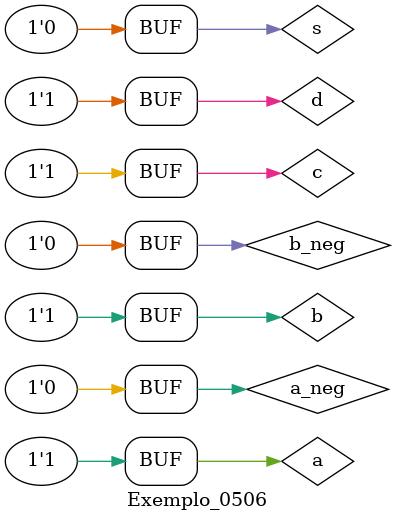
<source format=v>

module Exemplo_0506();

//------------------------ definir dados
reg a;
reg b;
wire s, d, c, a_neg, b_neg; 

//------------------------ definir 5 instancias para nand

nand U1( a_neg, a, a );
nand U2( b_neg, b, b );
nand U3( c, a_neg, b );
nand U4( d, b_neg, a );
nand U5( s, c, d );

//------------------------ parte principal
initial 
begin : main 
   $display("Exemplo_0506 - Matheus Santos Rosa Carneiro - 613414");
   $display("Test module 506");
   // projetar testes no modulo
   $monitor("a = %4b b = %4b s = %4b", a, b, s); 

  a = 1'b0; b = 1'b0;

#1  a = 1'b0; b = 1'b1; 
#1  a = 1'b1; b = 1'b0;
#1  a = 1'b1; b = 1'b1;

end

endmodule // Exemplo_0506()

</source>
